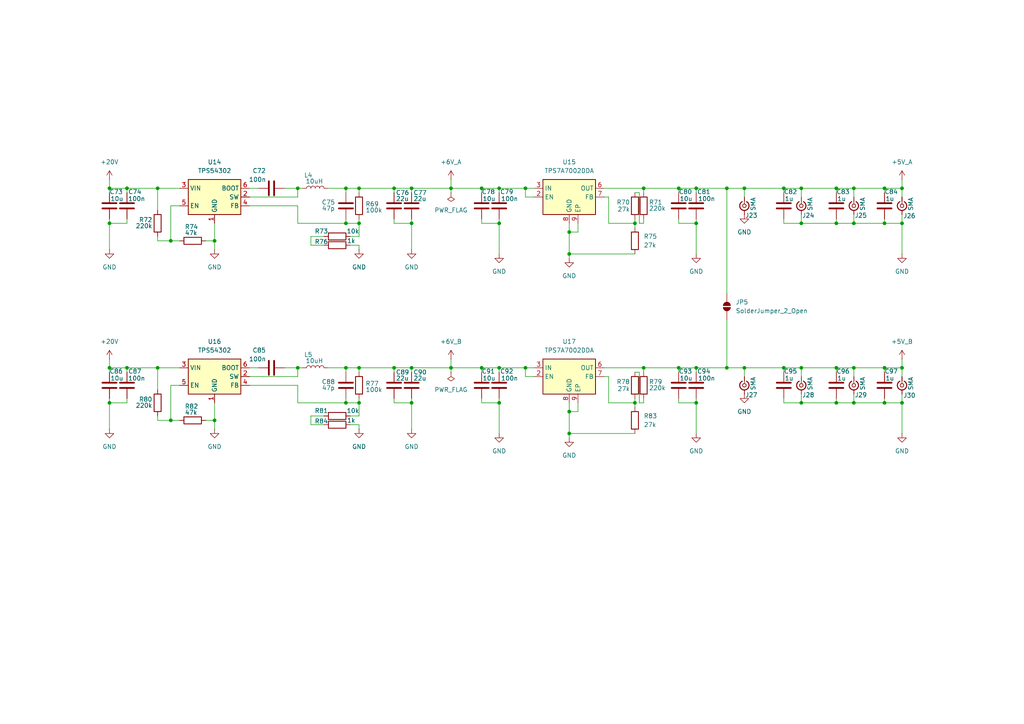
<source format=kicad_sch>
(kicad_sch (version 20250114) (generator "eeschema") (generator_version "9.0")
  (paper "A4")
  (lib_symbols
    (symbol "Connector:Conn_Coaxial_Small" (pin_numbers (hide yes)) (pin_names (offset 1.016) (hide yes))
      (property "Reference" "J" (at 0.254 3.048 0))
      (property "Value" "Conn_Coaxial_Small" (at 0 -3.81 0))
      (symbol "Conn_Coaxial_Small_0_1"
        (polyline (pts (xy -2.54 0) (xy -0.508 0)))
        (circle (center 0 0) (radius 0.508) (stroke (width 0.2032)))
      )
      (symbol "Conn_Coaxial_Small_1_1"
        (arc (start 1.3484 0.0039) (mid 0.327 -1.308) (end -1.1916 -0.6311) (stroke (width 0.3048)))
        (arc (start -1.1916 0.6311) (mid 0.327 1.3081) (end 1.3484 -0.0039) (stroke (width 0.3048)))
        (pin passive line (at -2.54 0 0) (length 1.27) (name "In") (number "1"))
        (pin passive line (at 2.54 0 180) (length 1.27) (name "Ext") (number "2"))
      )
    )
    (symbol "Device:C" (pin_numbers (hide yes)) (pin_names (offset 0.254))
      (property "Reference" "C" (at 0.635 2.54 0))
      (property "Value" "C" (at 0.635 -2.54 0))
      (symbol "C_0_1"
        (polyline (pts (xy -2.032 0.762) (xy 2.032 0.762)) (stroke (width 0.508)))
        (polyline (pts (xy -2.032 -0.762) (xy 2.032 -0.762)) (stroke (width 0.508)))
      )
      (symbol "C_1_1"
        (pin passive line (at 0 3.81 270) (length 2.794) (name "~") (number "1"))
        (pin passive line (at 0 -3.81 90) (length 2.794) (name "~") (number "2"))
      )
    )
    (symbol "Device:L" (pin_numbers (hide yes)) (pin_names (offset 1.016) (hide yes))
      (property "Reference" "L" (at -1.27 0 90))
      (property "Value" "L" (at 1.905 0 90))
      (symbol "L_0_1"
        (arc (start 0 2.54) (mid 0.6323 1.905) (end 0 1.27))
        (arc (start 0 1.27) (mid 0.6323 0.635) (end 0 0))
        (arc (start 0 0) (mid 0.6323 -0.635) (end 0 -1.27))
        (arc (start 0 -1.27) (mid 0.6323 -1.905) (end 0 -2.54))
      )
      (symbol "L_1_1"
        (pin passive line (at 0 3.81 270) (length 1.27) (name "1") (number "1"))
        (pin passive line (at 0 -3.81 90) (length 1.27) (name "2") (number "2"))
      )
    )
    (symbol "Device:R" (pin_numbers (hide yes)) (pin_names (offset 0))
      (property "Reference" "R" (at 2.032 0 90))
      (property "Value" "R" (at 0 0 90))
      (symbol "R_0_1"
        (rectangle (start -1.016 -2.54) (end 1.016 2.54) (stroke (width 0.254)))
      )
      (symbol "R_1_1"
        (pin passive line (at 0 3.81 270) (length 1.27) (name "~") (number "1"))
        (pin passive line (at 0 -3.81 90) (length 1.27) (name "~") (number "2"))
      )
    )
    (symbol "Jumper:SolderJumper_2_Open" (pin_numbers (hide yes)) (pin_names (offset 0) (hide yes)) (in_bom no)
      (property "Reference" "JP" (at 0 2.032 0))
      (property "Value" "SolderJumper_2_Open" (at 0 -2.54 0))
      (symbol "SolderJumper_2_Open_0_1"
        (polyline (pts (xy -0.254 1.016) (xy -0.254 -1.016)))
        (arc (start -0.254 -1.016) (mid -1.2656 0) (end -0.254 1.016))
        (arc (start -0.254 -1.016) (mid -1.2656 0) (end -0.254 1.016) (fill (type outline)))
        (arc (start 0.254 1.016) (mid 1.2656 0) (end 0.254 -1.016))
        (arc (start 0.254 1.016) (mid 1.2656 0) (end 0.254 -1.016) (fill (type outline)))
        (polyline (pts (xy 0.254 1.016) (xy 0.254 -1.016)))
      )
      (symbol "SolderJumper_2_Open_1_1"
        (pin passive line (at -3.81 0 0) (length 2.54) (name "A") (number "1"))
        (pin passive line (at 3.81 0 180) (length 2.54) (name "B") (number "2"))
      )
    )
    (symbol "Regulator_Linear:TPS7A7001DDA"
      (property "Reference" "U" (at -6.35 6.35 0))
      (property "Value" "TPS7A7001DDA" (at 2.54 6.35 0))
      (symbol "TPS7A7001DDA_0_1"
        (rectangle (start -7.62 5.08) (end 7.62 -5.08) (stroke (width 0.254)) (fill (type background)))
      )
      (symbol "TPS7A7001DDA_1_1"
        (pin power_in line (at -10.16 2.54 0) (length 2.54) (name "IN") (number "3"))
        (pin input line (at -10.16 0 0) (length 2.54) (name "EN") (number "2"))
        (pin no_connect line (at -7.62 -2.54 0) (length 2.54) (hide yes) (name "NC") (number "1"))
        (pin no_connect line (at -2.54 -5.08 90) (length 2.54) (hide yes) (name "NC") (number "5"))
        (pin power_in line (at 0 -7.62 90) (length 2.54) (name "GND") (number "8"))
        (pin passive line (at 2.54 -7.62 90) (length 2.54) (name "EP") (number "9"))
        (pin no_connect line (at 7.62 -2.54 180) (length 2.54) (hide yes) (name "NC") (number "4"))
        (pin power_out line (at 10.16 2.54 180) (length 2.54) (name "OUT") (number "6"))
        (pin input line (at 10.16 0 180) (length 2.54) (name "FB") (number "7"))
      )
    )
    (symbol "Regulator_Switching:TPS54302"
      (property "Reference" "U" (at -7.62 6.35 0))
      (property "Value" "TPS54302" (at 0 6.35 0))
      (symbol "TPS54302_0_1"
        (rectangle (start -7.62 5.08) (end 7.62 -5.08) (stroke (width 0.254)) (fill (type background)))
      )
      (symbol "TPS54302_1_1"
        (pin power_in line (at -10.16 2.54 0) (length 2.54) (name "VIN") (number "3"))
        (pin input line (at -10.16 -2.54 0) (length 2.54) (name "EN") (number "5"))
        (pin power_in line (at 0 -7.62 90) (length 2.54) (name "GND") (number "1"))
        (pin passive line (at 10.16 2.54 180) (length 2.54) (name "BOOT") (number "6"))
        (pin power_out line (at 10.16 0 180) (length 2.54) (name "SW") (number "2"))
        (pin input line (at 10.16 -2.54 180) (length 2.54) (name "FB") (number "4"))
      )
    )
    (symbol "power:+5V" (power) (pin_numbers (hide yes)) (pin_names (offset 0) (hide yes))
      (property "Value" "+5V" (at 0 3.556 0))
      (symbol "+5V_0_1"
        (polyline (pts (xy -0.762 1.27) (xy 0 2.54)))
        (polyline (pts (xy 0 2.54) (xy 0.762 1.27)))
        (polyline (pts (xy 0 0) (xy 0 2.54)))
      )
      (symbol "+5V_1_1"
        (pin power_in line (at 0 0 90) (length 0) (name "~") (number "1"))
      )
    )
    (symbol "power:+6V" (power) (pin_numbers (hide yes)) (pin_names (offset 0) (hide yes))
      (property "Value" "+6V" (at 0 3.556 0))
      (symbol "+6V_0_1"
        (polyline (pts (xy -0.762 1.27) (xy 0 2.54)))
        (polyline (pts (xy 0 2.54) (xy 0.762 1.27)))
        (polyline (pts (xy 0 0) (xy 0 2.54)))
      )
      (symbol "+6V_1_1"
        (pin power_in line (at 0 0 90) (length 0) (name "~") (number "1"))
      )
    )
    (symbol "power:GND" (power) (pin_numbers (hide yes)) (pin_names (offset 0) (hide yes))
      (property "Value" "GND" (at 0 -3.81 0))
      (symbol "GND_0_1"
        (polyline (pts (xy 0 0) (xy 0 -1.27) (xy 1.27 -1.27) (xy 0 -2.54) (xy -1.27 -1.27) (xy 0 -1.27)))
      )
      (symbol "GND_1_1"
        (pin power_in line (at 0 0 270) (length 0) (name "~") (number "1"))
      )
    )
    (symbol "power:PWR_FLAG" (power) (pin_numbers (hide yes)) (pin_names (offset 0) (hide yes))
      (property "Value" "PWR_FLAG" (at 0 3.81 0))
      (symbol "PWR_FLAG_0_0"
        (pin power_out line (at 0 0 90) (length 0) (name "~") (number "1"))
      )
      (symbol "PWR_FLAG_0_1"
        (polyline (pts (xy 0 0) (xy 0 1.27) (xy -1.016 1.905) (xy 0 2.54) (xy 1.016 1.905) (xy 0 1.27)))
      )
    )
  )
  (junction (at 184.15 64.77))
  (junction (at 256.54 64.77))
  (junction (at 227.33 54.61))
  (junction (at 119.38 106.68))
  (junction (at 242.57 116.84))
  (junction (at 232.41 54.61))
  (junction (at 86.36 54.61))
  (junction (at 261.62 64.77))
  (junction (at 186.69 106.68))
  (junction (at 256.54 116.84))
  (junction (at 130.81 106.68))
  (junction (at 31.75 106.68))
  (junction (at 232.41 106.68))
  (junction (at 139.7 54.61))
  (junction (at 261.62 116.84))
  (junction (at 247.65 116.84))
  (junction (at 201.93 116.84))
  (junction (at 152.4 54.61))
  (junction (at 215.9 106.68))
  (junction (at 62.23 69.85))
  (junction (at 119.38 54.61))
  (junction (at 104.14 116.84))
  (junction (at 247.65 54.61))
  (junction (at 36.83 106.68))
  (junction (at 31.75 64.77))
  (junction (at 184.15 116.84))
  (junction (at 119.38 64.77))
  (junction (at 86.36 106.68))
  (junction (at 139.7 106.68))
  (junction (at 232.41 116.84))
  (junction (at 104.14 54.61))
  (junction (at 152.4 106.68))
  (junction (at 256.54 54.61))
  (junction (at 261.62 106.68))
  (junction (at 62.23 121.92))
  (junction (at 114.3 106.68))
  (junction (at 242.57 54.61))
  (junction (at 196.85 54.61))
  (junction (at 45.72 106.68))
  (junction (at 144.78 106.68))
  (junction (at 31.75 116.84))
  (junction (at 144.78 64.77))
  (junction (at 247.65 106.68))
  (junction (at 119.38 116.84))
  (junction (at 232.41 64.77))
  (junction (at 201.93 54.61))
  (junction (at 104.14 64.77))
  (junction (at 210.82 106.68))
  (junction (at 144.78 116.84))
  (junction (at 201.93 106.68))
  (junction (at 130.81 54.61))
  (junction (at 165.1 73.66))
  (junction (at 100.33 54.61))
  (junction (at 227.33 106.68))
  (junction (at 104.14 106.68))
  (junction (at 261.62 54.61))
  (junction (at 215.9 54.61))
  (junction (at 201.93 64.77))
  (junction (at 242.57 64.77))
  (junction (at 196.85 106.68))
  (junction (at 186.69 54.61))
  (junction (at 49.53 69.85))
  (junction (at 100.33 116.84))
  (junction (at 45.72 54.61))
  (junction (at 210.82 54.61))
  (junction (at 165.1 125.73))
  (junction (at 256.54 106.68))
  (junction (at 49.53 121.92))
  (junction (at 165.1 67.31))
  (junction (at 31.75 54.61))
  (junction (at 165.1 119.38))
  (junction (at 242.57 106.68))
  (junction (at 114.3 54.61))
  (junction (at 247.65 64.77))
  (junction (at 144.78 54.61))
  (junction (at 100.33 64.77))
  (junction (at 100.33 106.68))
  (junction (at 36.83 54.61))
  (wire (pts (xy 165.1 64.77) (xy 165.1 67.31)))
  (wire (pts (xy 100.33 54.61) (xy 104.14 54.61)))
  (wire (pts (xy 196.85 64.77) (xy 201.93 64.77)))
  (wire (pts (xy 152.4 57.15) (xy 152.4 54.61)))
  (wire (pts (xy 74.93 54.61) (xy 72.39 54.61)))
  (wire (pts (xy 104.14 54.61) (xy 114.3 54.61)))
  (wire (pts (xy 215.9 106.68) (xy 215.9 109.22)))
  (wire (pts (xy 144.78 64.77) (xy 144.78 73.66)))
  (wire (pts (xy 261.62 114.3) (xy 261.62 116.84)))
  (wire (pts (xy 185.42 116.84) (xy 185.42 107.95)))
  (wire (pts (xy 232.41 54.61) (xy 227.33 54.61)))
  (wire (pts (xy 31.75 52.07) (xy 31.75 54.61)))
  (wire (pts (xy 176.53 116.84) (xy 184.15 116.84)))
  (wire (pts (xy 130.81 55.88) (xy 130.81 54.61)))
  (wire (pts (xy 86.36 54.61) (xy 87.63 54.61)))
  (wire (pts (xy 215.9 54.61) (xy 215.9 57.15)))
  (wire (pts (xy 45.72 69.85) (xy 49.53 69.85)))
  (wire (pts (xy 90.17 71.12) (xy 93.98 71.12)))
  (wire (pts (xy 36.83 106.68) (xy 36.83 107.95)))
  (wire (pts (xy 104.14 54.61) (xy 104.14 55.88)))
  (wire (pts (xy 261.62 104.14) (xy 261.62 106.68)))
  (wire (pts (xy 175.26 109.22) (xy 176.53 109.22)))
  (wire (pts (xy 167.64 116.84) (xy 167.64 119.38)))
  (wire (pts (xy 186.69 54.61) (xy 196.85 54.61)))
  (wire (pts (xy 72.39 57.15) (xy 86.36 57.15)))
  (wire (pts (xy 186.69 54.61) (xy 186.69 55.88)))
  (wire (pts (xy 232.41 116.84) (xy 242.57 116.84)))
  (wire (pts (xy 45.72 121.92) (xy 49.53 121.92)))
  (wire (pts (xy 247.65 54.61) (xy 242.57 54.61)))
  (wire (pts (xy 119.38 54.61) (xy 119.38 55.88)))
  (wire (pts (xy 227.33 55.88) (xy 227.33 54.61)))
  (wire (pts (xy 227.33 107.95) (xy 227.33 106.68)))
  (wire (pts (xy 82.55 106.68) (xy 86.36 106.68)))
  (wire (pts (xy 186.69 106.68) (xy 186.69 107.95)))
  (wire (pts (xy 31.75 106.68) (xy 31.75 107.95)))
  (wire (pts (xy 86.36 64.77) (xy 100.33 64.77)))
  (wire (pts (xy 175.26 54.61) (xy 186.69 54.61)))
  (wire (pts (xy 227.33 115.57) (xy 227.33 116.84)))
  (wire (pts (xy 139.7 54.61) (xy 144.78 54.61)))
  (wire (pts (xy 139.7 63.5) (xy 139.7 64.77)))
  (wire (pts (xy 242.57 64.77) (xy 247.65 64.77)))
  (wire (pts (xy 31.75 116.84) (xy 36.83 116.84)))
  (wire (pts (xy 184.15 66.04) (xy 184.15 64.77)))
  (wire (pts (xy 72.39 111.76) (xy 86.36 111.76)))
  (wire (pts (xy 186.69 106.68) (xy 196.85 106.68)))
  (wire (pts (xy 232.41 106.68) (xy 227.33 106.68)))
  (wire (pts (xy 256.54 55.88) (xy 256.54 54.61)))
  (wire (pts (xy 154.94 57.15) (xy 152.4 57.15)))
  (wire (pts (xy 100.33 63.5) (xy 100.33 64.77)))
  (wire (pts (xy 130.81 106.68) (xy 139.7 106.68)))
  (wire (pts (xy 119.38 54.61) (xy 114.3 54.61)))
  (wire (pts (xy 242.57 115.57) (xy 242.57 116.84)))
  (wire (pts (xy 31.75 115.57) (xy 31.75 116.84)))
  (wire (pts (xy 247.65 57.15) (xy 247.65 54.61)))
  (wire (pts (xy 130.81 54.61) (xy 139.7 54.61)))
  (wire (pts (xy 184.15 118.11) (xy 184.15 116.84)))
  (wire (pts (xy 45.72 54.61) (xy 45.72 60.96)))
  (wire (pts (xy 114.3 106.68) (xy 114.3 107.95)))
  (wire (pts (xy 261.62 62.23) (xy 261.62 64.77)))
  (wire (pts (xy 119.38 106.68) (xy 119.38 107.95)))
  (wire (pts (xy 184.15 107.95) (xy 185.42 107.95)))
  (wire (pts (xy 114.3 63.5) (xy 114.3 64.77)))
  (wire (pts (xy 215.9 54.61) (xy 227.33 54.61)))
  (wire (pts (xy 247.65 62.23) (xy 247.65 64.77)))
  (wire (pts (xy 242.57 55.88) (xy 242.57 54.61)))
  (wire (pts (xy 31.75 64.77) (xy 36.83 64.77)))
  (wire (pts (xy 86.36 111.76) (xy 86.36 116.84)))
  (wire (pts (xy 104.14 71.12) (xy 104.14 72.39)))
  (wire (pts (xy 139.7 115.57) (xy 139.7 116.84)))
  (wire (pts (xy 100.33 64.77) (xy 104.14 64.77)))
  (wire (pts (xy 31.75 116.84) (xy 31.75 124.46)))
  (wire (pts (xy 45.72 69.85) (xy 45.72 68.58)))
  (wire (pts (xy 62.23 69.85) (xy 62.23 72.39)))
  (wire (pts (xy 74.93 106.68) (xy 72.39 106.68)))
  (wire (pts (xy 247.65 54.61) (xy 256.54 54.61)))
  (wire (pts (xy 256.54 116.84) (xy 261.62 116.84)))
  (wire (pts (xy 186.69 116.84) (xy 185.42 116.84)))
  (wire (pts (xy 232.41 106.68) (xy 242.57 106.68)))
  (wire (pts (xy 144.78 116.84) (xy 144.78 125.73)))
  (wire (pts (xy 232.41 114.3) (xy 232.41 116.84)))
  (wire (pts (xy 247.65 116.84) (xy 256.54 116.84)))
  (wire (pts (xy 196.85 107.95) (xy 196.85 106.68)))
  (wire (pts (xy 100.33 116.84) (xy 104.14 116.84)))
  (wire (pts (xy 62.23 64.77) (xy 62.23 69.85)))
  (wire (pts (xy 167.64 67.31) (xy 165.1 67.31)))
  (wire (pts (xy 49.53 121.92) (xy 52.07 121.92)))
  (wire (pts (xy 185.42 64.77) (xy 185.42 55.88)))
  (wire (pts (xy 184.15 63.5) (xy 184.15 64.77)))
  (wire (pts (xy 104.14 63.5) (xy 104.14 64.77)))
  (wire (pts (xy 201.93 106.68) (xy 210.82 106.68)))
  (wire (pts (xy 100.33 115.57) (xy 100.33 116.84)))
  (wire (pts (xy 144.78 106.68) (xy 144.78 107.95)))
  (wire (pts (xy 201.93 64.77) (xy 201.93 73.66)))
  (wire (pts (xy 36.83 106.68) (xy 45.72 106.68)))
  (wire (pts (xy 144.78 106.68) (xy 152.4 106.68)))
  (wire (pts (xy 45.72 54.61) (xy 52.07 54.61)))
  (wire (pts (xy 227.33 116.84) (xy 232.41 116.84)))
  (wire (pts (xy 101.6 68.58) (xy 104.14 68.58)))
  (wire (pts (xy 101.6 71.12) (xy 104.14 71.12)))
  (wire (pts (xy 90.17 123.19) (xy 93.98 123.19)))
  (wire (pts (xy 154.94 109.22) (xy 152.4 109.22)))
  (wire (pts (xy 261.62 106.68) (xy 256.54 106.68)))
  (wire (pts (xy 130.81 104.14) (xy 130.81 106.68)))
  (wire (pts (xy 104.14 64.77) (xy 104.14 68.58)))
  (wire (pts (xy 167.64 64.77) (xy 167.64 67.31)))
  (wire (pts (xy 210.82 106.68) (xy 215.9 106.68)))
  (wire (pts (xy 119.38 54.61) (xy 130.81 54.61)))
  (wire (pts (xy 196.85 63.5) (xy 196.85 64.77)))
  (wire (pts (xy 256.54 63.5) (xy 256.54 64.77)))
  (wire (pts (xy 232.41 57.15) (xy 232.41 54.61)))
  (wire (pts (xy 184.15 115.57) (xy 184.15 116.84)))
  (wire (pts (xy 31.75 106.68) (xy 36.83 106.68)))
  (wire (pts (xy 201.93 55.88) (xy 201.93 54.61)))
  (wire (pts (xy 261.62 109.22) (xy 261.62 106.68)))
  (wire (pts (xy 104.14 106.68) (xy 114.3 106.68)))
  (wire (pts (xy 101.6 123.19) (xy 104.14 123.19)))
  (wire (pts (xy 101.6 120.65) (xy 104.14 120.65)))
  (wire (pts (xy 196.85 106.68) (xy 201.93 106.68)))
  (wire (pts (xy 165.1 119.38) (xy 165.1 125.73)))
  (wire (pts (xy 175.26 57.15) (xy 176.53 57.15)))
  (wire (pts (xy 176.53 57.15) (xy 176.53 64.77)))
  (wire (pts (xy 100.33 106.68) (xy 100.33 107.95)))
  (wire (pts (xy 31.75 54.61) (xy 36.83 54.61)))
  (wire (pts (xy 36.83 54.61) (xy 45.72 54.61)))
  (wire (pts (xy 139.7 116.84) (xy 144.78 116.84)))
  (wire (pts (xy 104.14 115.57) (xy 104.14 116.84)))
  (wire (pts (xy 31.75 63.5) (xy 31.75 64.77)))
  (wire (pts (xy 201.93 107.95) (xy 201.93 106.68)))
  (wire (pts (xy 95.25 54.61) (xy 100.33 54.61)))
  (wire (pts (xy 139.7 64.77) (xy 144.78 64.77)))
  (wire (pts (xy 62.23 121.92) (xy 62.23 124.46)))
  (wire (pts (xy 86.36 59.69) (xy 86.36 64.77)))
  (wire (pts (xy 119.38 116.84) (xy 114.3 116.84)))
  (wire (pts (xy 31.75 54.61) (xy 31.75 55.88)))
  (wire (pts (xy 186.69 64.77) (xy 185.42 64.77)))
  (wire (pts (xy 72.39 59.69) (xy 86.36 59.69)))
  (wire (pts (xy 49.53 69.85) (xy 52.07 69.85)))
  (wire (pts (xy 261.62 54.61) (xy 256.54 54.61)))
  (wire (pts (xy 227.33 63.5) (xy 227.33 64.77)))
  (wire (pts (xy 86.36 116.84) (xy 100.33 116.84)))
  (wire (pts (xy 152.4 54.61) (xy 154.94 54.61)))
  (wire (pts (xy 165.1 67.31) (xy 165.1 73.66)))
  (wire (pts (xy 104.14 106.68) (xy 104.14 107.95)))
  (wire (pts (xy 90.17 68.58) (xy 90.17 71.12)))
  (wire (pts (xy 93.98 68.58) (xy 90.17 68.58)))
  (wire (pts (xy 114.3 54.61) (xy 114.3 55.88)))
  (wire (pts (xy 119.38 116.84) (xy 119.38 124.46)))
  (wire (pts (xy 165.1 116.84) (xy 165.1 119.38)))
  (wire (pts (xy 165.1 74.93) (xy 165.1 73.66)))
  (wire (pts (xy 152.4 109.22) (xy 152.4 106.68)))
  (wire (pts (xy 247.65 114.3) (xy 247.65 116.84)))
  (wire (pts (xy 165.1 125.73) (xy 184.15 125.73)))
  (wire (pts (xy 86.36 106.68) (xy 87.63 106.68)))
  (wire (pts (xy 215.9 106.68) (xy 227.33 106.68)))
  (wire (pts (xy 196.85 55.88) (xy 196.85 54.61)))
  (wire (pts (xy 144.78 54.61) (xy 152.4 54.61)))
  (wire (pts (xy 261.62 52.07) (xy 261.62 54.61)))
  (wire (pts (xy 36.83 54.61) (xy 36.83 55.88)))
  (wire (pts (xy 52.07 111.76) (xy 49.53 111.76)))
  (wire (pts (xy 210.82 92.71) (xy 210.82 106.68)))
  (wire (pts (xy 196.85 54.61) (xy 201.93 54.61)))
  (wire (pts (xy 119.38 64.77) (xy 119.38 72.39)))
  (wire (pts (xy 201.93 115.57) (xy 201.93 116.84)))
  (wire (pts (xy 176.53 64.77) (xy 184.15 64.77)))
  (wire (pts (xy 196.85 115.57) (xy 196.85 116.84)))
  (wire (pts (xy 119.38 106.68) (xy 114.3 106.68)))
  (wire (pts (xy 86.36 54.61) (xy 86.36 57.15)))
  (wire (pts (xy 45.72 121.92) (xy 45.72 120.65)))
  (wire (pts (xy 175.26 106.68) (xy 186.69 106.68)))
  (wire (pts (xy 256.54 64.77) (xy 261.62 64.77)))
  (wire (pts (xy 52.07 59.69) (xy 49.53 59.69)))
  (wire (pts (xy 165.1 125.73) (xy 165.1 127)))
  (wire (pts (xy 261.62 64.77) (xy 261.62 73.66)))
  (wire (pts (xy 144.78 63.5) (xy 144.78 64.77)))
  (wire (pts (xy 119.38 106.68) (xy 130.81 106.68)))
  (wire (pts (xy 104.14 116.84) (xy 104.14 120.65)))
  (wire (pts (xy 59.69 121.92) (xy 62.23 121.92)))
  (wire (pts (xy 36.83 63.5) (xy 36.83 64.77)))
  (wire (pts (xy 261.62 116.84) (xy 261.62 125.73)))
  (wire (pts (xy 232.41 109.22) (xy 232.41 106.68)))
  (wire (pts (xy 247.65 106.68) (xy 242.57 106.68)))
  (wire (pts (xy 144.78 115.57) (xy 144.78 116.84)))
  (wire (pts (xy 49.53 59.69) (xy 49.53 69.85)))
  (wire (pts (xy 93.98 120.65) (xy 90.17 120.65)))
  (wire (pts (xy 139.7 106.68) (xy 144.78 106.68)))
  (wire (pts (xy 232.41 64.77) (xy 242.57 64.77)))
  (wire (pts (xy 100.33 106.68) (xy 104.14 106.68)))
  (wire (pts (xy 36.83 115.57) (xy 36.83 116.84)))
  (wire (pts (xy 232.41 54.61) (xy 242.57 54.61)))
  (wire (pts (xy 82.55 54.61) (xy 86.36 54.61)))
  (wire (pts (xy 186.69 63.5) (xy 186.69 64.77)))
  (wire (pts (xy 201.93 116.84) (xy 201.93 125.73)))
  (wire (pts (xy 176.53 109.22) (xy 176.53 116.84)))
  (wire (pts (xy 196.85 116.84) (xy 201.93 116.84)))
  (wire (pts (xy 119.38 115.57) (xy 119.38 116.84)))
  (wire (pts (xy 167.64 119.38) (xy 165.1 119.38)))
  (wire (pts (xy 114.3 115.57) (xy 114.3 116.84)))
  (wire (pts (xy 256.54 107.95) (xy 256.54 106.68)))
  (wire (pts (xy 119.38 63.5) (xy 119.38 64.77)))
  (wire (pts (xy 100.33 54.61) (xy 100.33 55.88)))
  (wire (pts (xy 201.93 54.61) (xy 210.82 54.61)))
  (wire (pts (xy 31.75 64.77) (xy 31.75 72.39)))
  (wire (pts (xy 247.65 106.68) (xy 256.54 106.68)))
  (wire (pts (xy 119.38 64.77) (xy 114.3 64.77)))
  (wire (pts (xy 247.65 109.22) (xy 247.65 106.68)))
  (wire (pts (xy 232.41 62.23) (xy 232.41 64.77)))
  (wire (pts (xy 62.23 116.84) (xy 62.23 121.92)))
  (wire (pts (xy 86.36 106.68) (xy 86.36 109.22)))
  (wire (pts (xy 49.53 111.76) (xy 49.53 121.92)))
  (wire (pts (xy 210.82 54.61) (xy 210.82 85.09)))
  (wire (pts (xy 261.62 57.15) (xy 261.62 54.61)))
  (wire (pts (xy 130.81 107.95) (xy 130.81 106.68)))
  (wire (pts (xy 186.69 115.57) (xy 186.69 116.84)))
  (wire (pts (xy 45.72 106.68) (xy 45.72 113.03)))
  (wire (pts (xy 185.42 55.88) (xy 184.15 55.88)))
  (wire (pts (xy 247.65 64.77) (xy 256.54 64.77)))
  (wire (pts (xy 130.81 52.07) (xy 130.81 54.61)))
  (wire (pts (xy 201.93 63.5) (xy 201.93 64.77)))
  (wire (pts (xy 31.75 104.14) (xy 31.75 106.68)))
  (wire (pts (xy 139.7 106.68) (xy 139.7 107.95)))
  (wire (pts (xy 72.39 109.22) (xy 86.36 109.22)))
  (wire (pts (xy 104.14 123.19) (xy 104.14 124.46)))
  (wire (pts (xy 59.69 69.85) (xy 62.23 69.85)))
  (wire (pts (xy 227.33 64.77) (xy 232.41 64.77)))
  (wire (pts (xy 165.1 73.66) (xy 184.15 73.66)))
  (wire (pts (xy 152.4 106.68) (xy 154.94 106.68)))
  (wire (pts (xy 242.57 116.84) (xy 247.65 116.84)))
  (wire (pts (xy 45.72 106.68) (xy 52.07 106.68)))
  (wire (pts (xy 139.7 54.61) (xy 139.7 55.88)))
  (wire (pts (xy 95.25 106.68) (xy 100.33 106.68)))
  (wire (pts (xy 210.82 54.61) (xy 215.9 54.61)))
  (wire (pts (xy 144.78 54.61) (xy 144.78 55.88)))
  (wire (pts (xy 242.57 63.5) (xy 242.57 64.77)))
  (wire (pts (xy 256.54 115.57) (xy 256.54 116.84)))
  (wire (pts (xy 90.17 120.65) (xy 90.17 123.19)))
  (wire (pts (xy 242.57 107.95) (xy 242.57 106.68)))
  (symbol (lib_id "Device:C") (at 114.3 59.69 180) (unit 1)
    (property "Reference" "C76" (at 114.808 55.88 0) (effects (justify right)))
    (property "Value" "22u" (at 114.808 57.6581 0) (effects (justify right)))
    (property "Footprint" "Capacitor_SMD:C_0603_1608Metric" (effects (hide yes)))
    (property "Description" "Unpolarized capacitor" (effects (hide yes)))
    (property "LCSC" "C59461" (effects (hide yes)))
  )
  (symbol (lib_id "Device:C") (at 119.38 111.76 180) (unit 1)
    (property "Reference" "C90" (at 119.888 107.95 0) (effects (justify right)))
    (property "Value" "22u" (at 119.888 109.7281 0) (effects (justify right)))
    (property "Footprint" "Capacitor_SMD:C_0603_1608Metric" (effects (hide yes)))
    (property "Description" "Unpolarized capacitor" (effects (hide yes)))
    (property "LCSC" "C59461" (effects (hide yes)))
  )
  (symbol (lib_id "Regulator_Switching:TPS54302") (at 62.23 109.22 0) (unit 1)
    (property "Reference" "U16" (at 62.23 99.06 0))
    (property "Value" "TPS54302" (at 62.23 101.6 0))
    (property "Footprint" "Package_TO_SOT_SMD:SOT-23-6" (effects (hide yes)))
    (property "Datasheet" "http://www.ti.com/lit/ds/symlink/tps54302.pdf" (effects (hide yes)))
    (property "Description" "3A, 4.5 to 28V Input, EMI Friendly integrated switch synchronous step-down regulator, pulse-skipping, SOT-23-6" (effects (hide yes)))
    (property "LCSC" "C129370" (effects (hide yes)))
  )
  (symbol (lib_id "Connector:Conn_Coaxial_Small") (at 247.65 59.69 270) (unit 1)
    (property "Reference" "J25" (at 249.682 62.484 90))
    (property "Value" "SMA" (at 250.19 59.1704 0))
    (property "Footprint" "Connector_Coaxial:SMA_Amphenol_901-144_Vertical" (effects (hide yes)))
    (property "Description" "small coaxial connector (BNC, SMA, SMB, SMC, Cinch/RCA, LEMO, ...)" (effects (hide yes)))
  )
  (symbol (lib_id "Device:R") (at 184.15 59.69 0) (unit 1)
    (property "Reference" "R70" (at 178.816 58.674 0) (effects (justify left)))
    (property "Value" "27k" (at 179.07 60.706 0) (effects (justify left)))
    (property "Footprint" "Resistor_SMD:R_0603_1608Metric" (effects (hide yes)))
    (property "Description" "Resistor" (effects (hide yes)))
    (property "LCSC" "C22967" (effects (hide yes)))
  )
  (symbol (lib_id "power:GND") (at 31.75 72.39 0) (unit 1)
    (property "Reference" "#PWR0103" (effects (hide yes)))
    (property "Value" "GND" (at 31.75 77.47 0))
    (property "Description" "Power symbol creates a global label with name \"GND\" , ground" (effects (hide yes)))
  )
  (symbol (lib_id "Device:C") (at 100.33 111.76 180) (unit 1)
    (property "Reference" "C88" (at 95.25 110.744 0))
    (property "Value" "47p" (at 95.25 112.522 0))
    (property "Footprint" "Capacitor_SMD:C_0402_1005Metric" (effects (hide yes)))
    (property "Description" "Unpolarized capacitor" (effects (hide yes)))
    (property "LCSC" "C1567" (effects (hide yes)))
  )
  (symbol (lib_id "power:GND") (at 119.38 72.39 0) (unit 1)
    (property "Reference" "#PWR0106" (effects (hide yes)))
    (property "Value" "GND" (at 119.38 77.47 0))
    (property "Description" "Power symbol creates a global label with name \"GND\" , ground" (effects (hide yes)))
  )
  (symbol (lib_id "power:GND") (at 144.78 125.73 0) (unit 1)
    (property "Reference" "#PWR0119" (effects (hide yes)))
    (property "Value" "GND" (at 144.78 130.81 0))
    (property "Description" "Power symbol creates a global label with name \"GND\" , ground" (effects (hide yes)))
  )
  (symbol (lib_id "Device:C") (at 227.33 59.69 0) (unit 1)
    (property "Reference" "C82" (at 227.33 55.626 0) (effects (justify left)))
    (property "Value" "1u" (at 227.584 57.658 0) (effects (justify left)))
    (property "Footprint" "Capacitor_SMD:C_0805_2012Metric" (effects (hide yes)))
    (property "Description" "Unpolarized capacitor" (effects (hide yes)))
    (property "LCSC" "C28323" (effects (hide yes)))
  )
  (symbol (lib_id "power:GND") (at 62.23 72.39 0) (unit 1)
    (property "Reference" "#PWR0104" (effects (hide yes)))
    (property "Value" "GND" (at 62.23 77.47 0))
    (property "Description" "Power symbol creates a global label with name \"GND\" , ground" (effects (hide yes)))
  )
  (symbol (lib_id "power:GND") (at 104.14 124.46 0) (unit 1)
    (property "Reference" "#PWR0117" (effects (hide yes)))
    (property "Value" "GND" (at 104.14 129.54 0))
    (property "Description" "Power symbol creates a global label with name \"GND\" , ground" (effects (hide yes)))
  )
  (symbol (lib_id "power:+5V") (at 31.75 104.14 0) (unit 1)
    (property "Reference" "#PWR0111" (effects (hide yes)))
    (property "Value" "+20V" (at 31.75 99.06 0))
    (property "Description" "Power symbol creates a global label with name \"+5V\"" (effects (hide yes)))
  )
  (symbol (lib_id "power:GND") (at 31.75 124.46 0) (unit 1)
    (property "Reference" "#PWR0115" (effects (hide yes)))
    (property "Value" "GND" (at 31.75 129.54 0))
    (property "Description" "Power symbol creates a global label with name \"GND\" , ground" (effects (hide yes)))
  )
  (symbol (lib_id "power:PWR_FLAG") (at 130.81 55.88 180) (unit 1)
    (property "Reference" "#FLG010" (effects (hide yes)))
    (property "Value" "PWR_FLAG" (at 130.81 60.96 0))
    (property "Description" "Special symbol for telling ERC where power comes from" (effects (hide yes)))
  )
  (symbol (lib_id "Device:R") (at 55.88 69.85 270) (mirror x) (unit 1)
    (property "Reference" "R74" (at 53.594 65.786 90) (effects (justify left)))
    (property "Value" "47k" (at 53.594 67.564 90) (effects (justify left)))
    (property "Footprint" "Resistor_SMD:R_0402_1005Metric" (effects (hide yes)))
    (property "Description" "Resistor" (effects (hide yes)))
    (property "LCSC" "C25792" (effects (hide yes)))
  )
  (symbol (lib_id "Device:C") (at 114.3 111.76 180) (unit 1)
    (property "Reference" "C89" (at 114.808 107.95 0) (effects (justify right)))
    (property "Value" "22u" (at 114.808 109.7281 0) (effects (justify right)))
    (property "Footprint" "Capacitor_SMD:C_0603_1608Metric" (effects (hide yes)))
    (property "Description" "Unpolarized capacitor" (effects (hide yes)))
    (property "LCSC" "C59461" (effects (hide yes)))
  )
  (symbol (lib_id "Device:C") (at 31.75 59.69 0) (unit 1)
    (property "Reference" "C73" (at 31.75 55.626 0) (effects (justify left)))
    (property "Value" "10u" (at 32.004 57.658 0) (effects (justify left)))
    (property "Footprint" "Capacitor_SMD:C_1206_3216Metric" (effects (hide yes)))
    (property "Description" "Unpolarized capacitor" (effects (hide yes)))
    (property "LCSC" "C13585" (effects (hide yes)))
  )
  (symbol (lib_id "Device:C") (at 139.7 111.76 0) (unit 1)
    (property "Reference" "C91" (at 139.7 107.696 0) (effects (justify left)))
    (property "Value" "10u" (at 139.954 109.728 0) (effects (justify left)))
    (property "Footprint" "Capacitor_SMD:C_1206_3216Metric" (effects (hide yes)))
    (property "Description" "Unpolarized capacitor" (effects (hide yes)))
    (property "LCSC" "C13585" (effects (hide yes)))
  )
  (symbol (lib_id "Device:R") (at 104.14 59.69 180) (unit 1)
    (property "Reference" "R69" (at 107.95 59.182 0))
    (property "Value" "100k" (at 108.458 60.96 0))
    (property "Footprint" "Resistor_SMD:R_0402_1005Metric" (effects (hide yes)))
    (property "Description" "Resistor" (effects (hide yes)))
    (property "LCSC" "C25741" (effects (hide yes)))
  )
  (symbol (lib_id "Connector:Conn_Coaxial_Small") (at 215.9 59.69 270) (unit 1)
    (property "Reference" "J23" (at 217.932 62.484 90))
    (property "Value" "SMA" (at 218.44 59.1704 0))
    (property "Footprint" "Connector_Coaxial:SMA_Amphenol_901-144_Vertical" (effects (hide yes)))
    (property "Description" "small coaxial connector (BNC, SMA, SMB, SMC, Cinch/RCA, LEMO, ...)" (effects (hide yes)))
  )
  (symbol (lib_id "Device:C") (at 201.93 59.69 0) (mirror y) (unit 1)
    (property "Reference" "C81" (at 202.184 55.626 0) (effects (justify right)))
    (property "Value" "100n" (at 202.438 57.658 0) (effects (justify right)))
    (property "Footprint" "Capacitor_SMD:C_0402_1005Metric" (effects (hide yes)))
    (property "Description" "Unpolarized capacitor" (effects (hide yes)))
    (property "LCSC" "C307331" (effects (hide yes)))
  )
  (symbol (lib_id "power:GND") (at 144.78 73.66 0) (unit 1)
    (property "Reference" "#PWR0107" (effects (hide yes)))
    (property "Value" "GND" (at 144.78 78.74 0))
    (property "Description" "Power symbol creates a global label with name \"GND\" , ground" (effects (hide yes)))
  )
  (symbol (lib_id "power:GND") (at 215.9 114.3 0) (unit 1)
    (property "Reference" "#PWR0114" (effects (hide yes)))
    (property "Value" "GND" (at 215.9 119.38 0))
    (property "Description" "Power symbol creates a global label with name \"GND\" , ground" (effects (hide yes)))
  )
  (symbol (lib_id "Device:C") (at 196.85 111.76 0) (unit 1)
    (property "Reference" "C93" (at 196.85 107.696 0) (effects (justify left)))
    (property "Value" "10u" (at 197.104 109.728 0) (effects (justify left)))
    (property "Footprint" "Capacitor_SMD:C_1206_3216Metric" (effects (hide yes)))
    (property "Description" "Unpolarized capacitor" (effects (hide yes)))
    (property "LCSC" "C13585" (effects (hide yes)))
  )
  (symbol (lib_id "Jumper:SolderJumper_2_Open") (at 210.82 88.9 90) (unit 1) (in_bom no)
    (property "Reference" "JP5" (at 213.36 87.6299 90) (effects (justify right)))
    (property "Value" "SolderJumper_2_Open" (at 213.36 90.1699 90) (effects (justify right)))
    (property "Footprint" "Jumper:SolderJumper-2_P1.3mm_Open_RoundedPad1.0x1.5mm" (effects (hide yes)))
    (property "Description" "Solder Jumper, 2-pole, open" (effects (hide yes)))
  )
  (symbol (lib_id "power:GND") (at 119.38 124.46 0) (unit 1)
    (property "Reference" "#PWR0118" (effects (hide yes)))
    (property "Value" "GND" (at 119.38 129.54 0))
    (property "Description" "Power symbol creates a global label with name \"GND\" , ground" (effects (hide yes)))
  )
  (symbol (lib_id "Device:R") (at 184.15 111.76 0) (unit 1)
    (property "Reference" "R78" (at 178.816 110.744 0) (effects (justify left)))
    (property "Value" "27k" (at 179.07 112.776 0) (effects (justify left)))
    (property "Footprint" "Resistor_SMD:R_0603_1608Metric" (effects (hide yes)))
    (property "Description" "Resistor" (effects (hide yes)))
    (property "LCSC" "C22967" (effects (hide yes)))
  )
  (symbol (lib_id "power:GND") (at 165.1 74.93 0) (unit 1)
    (property "Reference" "#PWR0110" (effects (hide yes)))
    (property "Value" "GND" (at 165.1 80.01 0))
    (property "Description" "Power symbol creates a global label with name \"GND\" , ground" (effects (hide yes)))
  )
  (symbol (lib_id "Device:R") (at 97.79 120.65 270) (unit 1)
    (property "Reference" "R81" (at 93.218 119.126 90))
    (property "Value" "10k" (at 102.362 119.126 90))
    (property "Footprint" "Resistor_SMD:R_0402_1005Metric" (effects (hide yes)))
    (property "Description" "Resistor" (effects (hide yes)))
    (property "LCSC" "C25744" (effects (hide yes)))
  )
  (symbol (lib_id "Device:C") (at 256.54 111.76 0) (unit 1)
    (property "Reference" "C97" (at 256.54 107.696 0) (effects (justify left)))
    (property "Value" "1u" (at 256.794 109.728 0) (effects (justify left)))
    (property "Footprint" "Capacitor_SMD:C_0805_2012Metric" (effects (hide yes)))
    (property "Description" "Unpolarized capacitor" (effects (hide yes)))
    (property "LCSC" "C28323" (effects (hide yes)))
  )
  (symbol (lib_id "Device:C") (at 139.7 59.69 0) (unit 1)
    (property "Reference" "C78" (at 139.7 55.626 0) (effects (justify left)))
    (property "Value" "10u" (at 139.954 57.658 0) (effects (justify left)))
    (property "Footprint" "Capacitor_SMD:C_1206_3216Metric" (effects (hide yes)))
    (property "Description" "Unpolarized capacitor" (effects (hide yes)))
    (property "LCSC" "C13585" (effects (hide yes)))
  )
  (symbol (lib_id "Device:C") (at 78.74 106.68 90) (unit 1)
    (property "Reference" "C85" (at 75.184 101.6 90))
    (property "Value" "100n" (at 74.676 104.14 90))
    (property "Footprint" "Capacitor_SMD:C_0402_1005Metric" (effects (hide yes)))
    (property "Description" "Unpolarized capacitor" (effects (hide yes)))
    (property "LCSC" "C307331" (effects (hide yes)))
  )
  (symbol (lib_id "Device:C") (at 100.33 59.69 180) (unit 1)
    (property "Reference" "C75" (at 95.25 58.674 0))
    (property "Value" "47p" (at 95.25 60.452 0))
    (property "Footprint" "Capacitor_SMD:C_0402_1005Metric" (effects (hide yes)))
    (property "Description" "Unpolarized capacitor" (effects (hide yes)))
    (property "LCSC" "C1567" (effects (hide yes)))
  )
  (symbol (lib_id "power:GND") (at 104.14 72.39 0) (unit 1)
    (property "Reference" "#PWR0105" (effects (hide yes)))
    (property "Value" "GND" (at 104.14 77.47 0))
    (property "Description" "Power symbol creates a global label with name \"GND\" , ground" (effects (hide yes)))
  )
  (symbol (lib_id "power:+6V") (at 261.62 52.07 0) (unit 1)
    (property "Reference" "#PWR0101" (effects (hide yes)))
    (property "Value" "+5V_A" (at 261.62 46.99 0))
    (property "Description" "Power symbol creates a global label with name \"+6V\"" (effects (hide yes)))
  )
  (symbol (lib_id "Device:L") (at 91.44 106.68 90) (unit 1)
    (property "Reference" "L5" (at 89.408 102.87 90))
    (property "Value" "10uH" (at 91.186 104.648 90))
    (property "Footprint" "Inductor_SMD:L_Changjiang_FXL0630" (effects (hide yes)))
    (property "Description" "Inductor" (effects (hide yes)))
    (property "LCSC" "C167223" (effects (hide yes)))
  )
  (symbol (lib_id "power:GND") (at 261.62 73.66 0) (unit 1)
    (property "Reference" "#PWR0109" (effects (hide yes)))
    (property "Value" "GND" (at 261.62 78.74 0))
    (property "Description" "Power symbol creates a global label with name \"GND\" , ground" (effects (hide yes)))
  )
  (symbol (lib_id "Device:R") (at 97.79 123.19 270) (unit 1)
    (property "Reference" "R84" (at 93.218 122.174 90))
    (property "Value" "1k" (at 101.854 121.92 90))
    (property "Footprint" "Resistor_SMD:R_0402_1005Metric" (effects (hide yes)))
    (property "Description" "Resistor" (effects (hide yes)))
    (property "LCSC" "C11702" (effects (hide yes)))
  )
  (symbol (lib_id "Device:R") (at 104.14 111.76 180) (unit 1)
    (property "Reference" "R77" (at 107.95 111.252 0))
    (property "Value" "100k" (at 108.458 113.03 0))
    (property "Footprint" "Resistor_SMD:R_0402_1005Metric" (effects (hide yes)))
    (property "Description" "Resistor" (effects (hide yes)))
    (property "LCSC" "C25741" (effects (hide yes)))
  )
  (symbol (lib_id "Device:C") (at 78.74 54.61 90) (unit 1)
    (property "Reference" "C72" (at 75.184 49.53 90))
    (property "Value" "100n" (at 74.676 52.07 90))
    (property "Footprint" "Capacitor_SMD:C_0402_1005Metric" (effects (hide yes)))
    (property "Description" "Unpolarized capacitor" (effects (hide yes)))
    (property "LCSC" "C307331" (effects (hide yes)))
  )
  (symbol (lib_id "Device:R") (at 184.15 69.85 0) (unit 1)
    (property "Reference" "R75" (at 186.69 68.5799 0) (effects (justify left)))
    (property "Value" "27k" (at 186.69 71.1199 0) (effects (justify left)))
    (property "Footprint" "Resistor_SMD:R_0603_1608Metric" (effects (hide yes)))
    (property "Description" "Resistor" (effects (hide yes)))
    (property "LCSC" "C22967" (effects (hide yes)))
  )
  (symbol (lib_id "Device:R") (at 186.69 111.76 0) (unit 1)
    (property "Reference" "R79" (at 188.214 110.744 0) (effects (justify left)))
    (property "Value" "220k" (at 188.214 112.522 0) (effects (justify left)))
    (property "Footprint" "Resistor_SMD:R_0603_1608Metric" (effects (hide yes)))
    (property "Description" "Resistor" (effects (hide yes)))
    (property "LCSC" "C22961" (effects (hide yes)))
  )
  (symbol (lib_id "Regulator_Linear:TPS7A7001DDA") (at 165.1 109.22 0) (unit 1)
    (property "Reference" "U17" (at 165.1 99.06 0))
    (property "Value" "TPS7A7002DDA" (at 165.1 101.6 0))
    (property "Footprint" "Package_SO:TI_SO-PowerPAD-8" (effects (hide yes)))
    (property "Datasheet" "http://www.ti.com/lit/ds/symlink/tps7a7001.pdf" (effects (hide yes)))
    (property "Description" "2A, Low-Dropout Voltage Regulator, 1.425-6.5V Input, Adjustable Min 0.5V Output, PowerPad SO-8" (effects (hide yes)))
    (property "LCSC" "C140311" (effects (hide yes)))
  )
  (symbol (lib_id "power:GND") (at 261.62 125.73 0) (unit 1)
    (property "Reference" "#PWR0121" (effects (hide yes)))
    (property "Value" "GND" (at 261.62 130.81 0))
    (property "Description" "Power symbol creates a global label with name \"GND\" , ground" (effects (hide yes)))
  )
  (symbol (lib_id "Device:R") (at 186.69 59.69 0) (unit 1)
    (property "Reference" "R71" (at 188.214 58.674 0) (effects (justify left)))
    (property "Value" "220k" (at 188.214 60.452 0) (effects (justify left)))
    (property "Footprint" "Resistor_SMD:R_0603_1608Metric" (effects (hide yes)))
    (property "Description" "Resistor" (effects (hide yes)))
    (property "LCSC" "C22961" (effects (hide yes)))
  )
  (symbol (lib_id "power:GND") (at 165.1 127 0) (unit 1)
    (property "Reference" "#PWR0122" (effects (hide yes)))
    (property "Value" "GND" (at 165.1 132.08 0))
    (property "Description" "Power symbol creates a global label with name \"GND\" , ground" (effects (hide yes)))
  )
  (symbol (lib_id "Device:C") (at 201.93 111.76 0) (mirror y) (unit 1)
    (property "Reference" "C94" (at 202.184 107.696 0) (effects (justify right)))
    (property "Value" "100n" (at 202.438 109.728 0) (effects (justify right)))
    (property "Footprint" "Capacitor_SMD:C_0402_1005Metric" (effects (hide yes)))
    (property "Description" "Unpolarized capacitor" (effects (hide yes)))
    (property "LCSC" "C307331" (effects (hide yes)))
  )
  (symbol (lib_id "Device:R") (at 45.72 116.84 0) (mirror y) (unit 1)
    (property "Reference" "R80" (at 44.196 115.824 0) (effects (justify left)))
    (property "Value" "220k" (at 44.196 117.602 0) (effects (justify left)))
    (property "Footprint" "Resistor_SMD:R_0603_1608Metric" (effects (hide yes)))
    (property "Description" "Resistor" (effects (hide yes)))
    (property "LCSC" "C22961" (effects (hide yes)))
  )
  (symbol (lib_id "power:+5V") (at 31.75 52.07 0) (unit 1)
    (property "Reference" "#PWR099" (effects (hide yes)))
    (property "Value" "+20V" (at 31.75 46.99 0))
    (property "Description" "Power symbol creates a global label with name \"+5V\"" (effects (hide yes)))
  )
  (symbol (lib_id "Device:C") (at 196.85 59.69 0) (unit 1)
    (property "Reference" "C80" (at 196.85 55.626 0) (effects (justify left)))
    (property "Value" "10u" (at 197.104 57.658 0) (effects (justify left)))
    (property "Footprint" "Capacitor_SMD:C_1206_3216Metric" (effects (hide yes)))
    (property "Description" "Unpolarized capacitor" (effects (hide yes)))
    (property "LCSC" "C13585" (effects (hide yes)))
  )
  (symbol (lib_id "Connector:Conn_Coaxial_Small") (at 247.65 111.76 270) (unit 1)
    (property "Reference" "J29" (at 249.682 114.554 90))
    (property "Value" "SMA" (at 250.19 111.2404 0))
    (property "Footprint" "Connector_Coaxial:SMA_Amphenol_901-144_Vertical" (effects (hide yes)))
    (property "Description" "small coaxial connector (BNC, SMA, SMB, SMC, Cinch/RCA, LEMO, ...)" (effects (hide yes)))
  )
  (symbol (lib_id "power:GND") (at 201.93 73.66 0) (unit 1)
    (property "Reference" "#PWR0108" (effects (hide yes)))
    (property "Value" "GND" (at 201.93 78.74 0))
    (property "Description" "Power symbol creates a global label with name \"GND\" , ground" (effects (hide yes)))
  )
  (symbol (lib_id "Device:C") (at 227.33 111.76 0) (unit 1)
    (property "Reference" "C95" (at 227.33 107.696 0) (effects (justify left)))
    (property "Value" "1u" (at 227.584 109.728 0) (effects (justify left)))
    (property "Footprint" "Capacitor_SMD:C_0805_2012Metric" (effects (hide yes)))
    (property "Description" "Unpolarized capacitor" (effects (hide yes)))
    (property "LCSC" "C28323" (effects (hide yes)))
  )
  (symbol (lib_id "Device:R") (at 45.72 64.77 0) (mirror y) (unit 1)
    (property "Reference" "R72" (at 44.196 63.754 0) (effects (justify left)))
    (property "Value" "220k" (at 44.196 65.532 0) (effects (justify left)))
    (property "Footprint" "Resistor_SMD:R_0603_1608Metric" (effects (hide yes)))
    (property "Description" "Resistor" (effects (hide yes)))
    (property "LCSC" "C22961" (effects (hide yes)))
  )
  (symbol (lib_id "Device:L") (at 91.44 54.61 90) (unit 1)
    (property "Reference" "L4" (at 89.408 50.8 90))
    (property "Value" "10uH" (at 91.186 52.578 90))
    (property "Footprint" "Inductor_SMD:L_Changjiang_FXL0630" (effects (hide yes)))
    (property "Description" "Inductor" (effects (hide yes)))
    (property "LCSC" "C167223" (effects (hide yes)))
  )
  (symbol (lib_id "Device:C") (at 119.38 59.69 180) (unit 1)
    (property "Reference" "C77" (at 119.888 55.88 0) (effects (justify right)))
    (property "Value" "22u" (at 119.888 57.6581 0) (effects (justify right)))
    (property "Footprint" "Capacitor_SMD:C_0603_1608Metric" (effects (hide yes)))
    (property "Description" "Unpolarized capacitor" (effects (hide yes)))
    (property "LCSC" "C59461" (effects (hide yes)))
  )
  (symbol (lib_id "Device:R") (at 97.79 68.58 270) (unit 1)
    (property "Reference" "R73" (at 93.218 67.056 90))
    (property "Value" "10k" (at 102.362 67.056 90))
    (property "Footprint" "Resistor_SMD:R_0402_1005Metric" (effects (hide yes)))
    (property "Description" "Resistor" (effects (hide yes)))
    (property "LCSC" "C25744" (effects (hide yes)))
  )
  (symbol (lib_id "Device:C") (at 36.83 111.76 180) (unit 1)
    (property "Reference" "C87" (at 39.116 107.696 0))
    (property "Value" "100n" (at 39.624 109.728 0))
    (property "Footprint" "Capacitor_SMD:C_0402_1005Metric" (effects (hide yes)))
    (property "Description" "Unpolarized capacitor" (effects (hide yes)))
    (property "LCSC" "C307331" (effects (hide yes)))
  )
  (symbol (lib_id "Regulator_Linear:TPS7A7001DDA") (at 165.1 57.15 0) (unit 1)
    (property "Reference" "U15" (at 165.1 46.99 0))
    (property "Value" "TPS7A7002DDA" (at 165.1 49.53 0))
    (property "Footprint" "Package_SO:TI_SO-PowerPAD-8" (effects (hide yes)))
    (property "Datasheet" "http://www.ti.com/lit/ds/symlink/tps7a7001.pdf" (effects (hide yes)))
    (property "Description" "2A, Low-Dropout Voltage Regulator, 1.425-6.5V Input, Adjustable Min 0.5V Output, PowerPad SO-8" (effects (hide yes)))
    (property "LCSC" "C140311" (effects (hide yes)))
  )
  (symbol (lib_id "Device:R") (at 97.79 71.12 270) (unit 1)
    (property "Reference" "R76" (at 93.218 70.104 90))
    (property "Value" "1k" (at 101.854 69.85 90))
    (property "Footprint" "Resistor_SMD:R_0402_1005Metric" (effects (hide yes)))
    (property "Description" "Resistor" (effects (hide yes)))
    (property "LCSC" "C11702" (effects (hide yes)))
  )
  (symbol (lib_id "power:+6V") (at 130.81 52.07 0) (unit 1)
    (property "Reference" "#PWR0100" (effects (hide yes)))
    (property "Value" "+6V_A" (at 130.81 46.99 0))
    (property "Description" "Power symbol creates a global label with name \"+6V\"" (effects (hide yes)))
  )
  (symbol (lib_id "power:GND") (at 215.9 62.23 0) (unit 1)
    (property "Reference" "#PWR0102" (effects (hide yes)))
    (property "Value" "GND" (at 215.9 67.31 0))
    (property "Description" "Power symbol creates a global label with name \"GND\" , ground" (effects (hide yes)))
  )
  (symbol (lib_id "power:GND") (at 62.23 124.46 0) (unit 1)
    (property "Reference" "#PWR0116" (effects (hide yes)))
    (property "Value" "GND" (at 62.23 129.54 0))
    (property "Description" "Power symbol creates a global label with name \"GND\" , ground" (effects (hide yes)))
  )
  (symbol (lib_id "power:+6V") (at 261.62 104.14 0) (unit 1)
    (property "Reference" "#PWR0113" (effects (hide yes)))
    (property "Value" "+5V_B" (at 261.62 99.06 0))
    (property "Description" "Power symbol creates a global label with name \"+6V\"" (effects (hide yes)))
  )
  (symbol (lib_id "Regulator_Switching:TPS54302") (at 62.23 57.15 0) (unit 1)
    (property "Reference" "U14" (at 62.23 46.99 0))
    (property "Value" "TPS54302" (at 62.23 49.53 0))
    (property "Footprint" "Package_TO_SOT_SMD:SOT-23-6" (effects (hide yes)))
    (property "Datasheet" "http://www.ti.com/lit/ds/symlink/tps54302.pdf" (effects (hide yes)))
    (property "Description" "3A, 4.5 to 28V Input, EMI Friendly integrated switch synchronous step-down regulator, pulse-skipping, SOT-23-6" (effects (hide yes)))
    (property "LCSC" "C129370" (effects (hide yes)))
  )
  (symbol (lib_id "Connector:Conn_Coaxial_Small") (at 261.62 59.69 270) (unit 1)
    (property "Reference" "J26" (at 263.779 62.611 90))
    (property "Value" "SMA" (at 264.16 59.1704 0))
    (property "Footprint" "Connector_Coaxial:SMA_Amphenol_901-144_Vertical" (effects (hide yes)))
    (property "Description" "small coaxial connector (BNC, SMA, SMB, SMC, Cinch/RCA, LEMO, ...)" (effects (hide yes)))
  )
  (symbol (lib_id "Connector:Conn_Coaxial_Small") (at 215.9 111.76 270) (unit 1)
    (property "Reference" "J27" (at 217.932 114.554 90))
    (property "Value" "SMA" (at 218.44 111.2404 0))
    (property "Footprint" "Connector_Coaxial:SMA_Amphenol_901-144_Vertical" (effects (hide yes)))
    (property "Description" "small coaxial connector (BNC, SMA, SMB, SMC, Cinch/RCA, LEMO, ...)" (effects (hide yes)))
  )
  (symbol (lib_id "power:PWR_FLAG") (at 130.81 107.95 180) (unit 1)
    (property "Reference" "#FLG011" (effects (hide yes)))
    (property "Value" "PWR_FLAG" (at 130.81 113.03 0))
    (property "Description" "Special symbol for telling ERC where power comes from" (effects (hide yes)))
  )
  (symbol (lib_id "Device:R") (at 55.88 121.92 270) (mirror x) (unit 1)
    (property "Reference" "R82" (at 53.594 117.856 90) (effects (justify left)))
    (property "Value" "47k" (at 53.594 119.634 90) (effects (justify left)))
    (property "Footprint" "Resistor_SMD:R_0402_1005Metric" (effects (hide yes)))
    (property "Description" "Resistor" (effects (hide yes)))
    (property "LCSC" "C25792" (effects (hide yes)))
  )
  (symbol (lib_id "Device:C") (at 256.54 59.69 0) (unit 1)
    (property "Reference" "C84" (at 256.54 55.626 0) (effects (justify left)))
    (property "Value" "1u" (at 256.794 57.658 0) (effects (justify left)))
    (property "Footprint" "Capacitor_SMD:C_0805_2012Metric" (effects (hide yes)))
    (property "Description" "Unpolarized capacitor" (effects (hide yes)))
    (property "LCSC" "C28323" (effects (hide yes)))
  )
  (symbol (lib_id "power:GND") (at 201.93 125.73 0) (unit 1)
    (property "Reference" "#PWR0120" (effects (hide yes)))
    (property "Value" "GND" (at 201.93 130.81 0))
    (property "Description" "Power symbol creates a global label with name \"GND\" , ground" (effects (hide yes)))
  )
  (symbol (lib_id "Connector:Conn_Coaxial_Small") (at 232.41 59.69 270) (unit 1)
    (property "Reference" "J24" (at 234.442 62.484 90))
    (property "Value" "SMA" (at 234.95 59.1704 0))
    (property "Footprint" "Connector_Coaxial:SMA_Amphenol_901-144_Vertical" (effects (hide yes)))
    (property "Description" "small coaxial connector (BNC, SMA, SMB, SMC, Cinch/RCA, LEMO, ...)" (effects (hide yes)))
  )
  (symbol (lib_id "Connector:Conn_Coaxial_Small") (at 261.62 111.76 270) (unit 1)
    (property "Reference" "J30" (at 263.779 114.681 90))
    (property "Value" "SMA" (at 264.16 111.2404 0))
    (property "Footprint" "Connector_Coaxial:SMA_Amphenol_901-144_Vertical" (effects (hide yes)))
    (property "Description" "small coaxial connector (BNC, SMA, SMB, SMC, Cinch/RCA, LEMO, ...)" (effects (hide yes)))
  )
  (symbol (lib_id "Connector:Conn_Coaxial_Small") (at 232.41 111.76 270) (unit 1)
    (property "Reference" "J28" (at 234.442 114.554 90))
    (property "Value" "SMA" (at 234.95 111.2404 0))
    (property "Footprint" "Connector_Coaxial:SMA_Amphenol_901-144_Vertical" (effects (hide yes)))
    (property "Description" "small coaxial connector (BNC, SMA, SMB, SMC, Cinch/RCA, LEMO, ...)" (effects (hide yes)))
  )
  (symbol (lib_id "power:+6V") (at 130.81 104.14 0) (unit 1)
    (property "Reference" "#PWR0112" (effects (hide yes)))
    (property "Value" "+6V_B" (at 130.81 99.06 0))
    (property "Description" "Power symbol creates a global label with name \"+6V\"" (effects (hide yes)))
  )
  (symbol (lib_id "Device:C") (at 242.57 111.76 0) (unit 1)
    (property "Reference" "C96" (at 242.57 107.696 0) (effects (justify left)))
    (property "Value" "1u" (at 242.824 109.728 0) (effects (justify left)))
    (property "Footprint" "Capacitor_SMD:C_0805_2012Metric" (effects (hide yes)))
    (property "Description" "Unpolarized capacitor" (effects (hide yes)))
    (property "LCSC" "C28323" (effects (hide yes)))
  )
  (symbol (lib_id "Device:C") (at 242.57 59.69 0) (unit 1)
    (property "Reference" "C83" (at 242.57 55.626 0) (effects (justify left)))
    (property "Value" "1u" (at 242.824 57.658 0) (effects (justify left)))
    (property "Footprint" "Capacitor_SMD:C_0805_2012Metric" (effects (hide yes)))
    (property "Description" "Unpolarized capacitor" (effects (hide yes)))
    (property "LCSC" "C28323" (effects (hide yes)))
  )
  (symbol (lib_id "Device:R") (at 184.15 121.92 0) (unit 1)
    (property "Reference" "R83" (at 186.69 120.6499 0) (effects (justify left)))
    (property "Value" "27k" (at 186.69 123.1899 0) (effects (justify left)))
    (property "Footprint" "Resistor_SMD:R_0603_1608Metric" (effects (hide yes)))
    (property "Description" "Resistor" (effects (hide yes)))
    (property "LCSC" "C22967" (effects (hide yes)))
  )
  (symbol (lib_id "Device:C") (at 144.78 59.69 0) (mirror y) (unit 1)
    (property "Reference" "C79" (at 145.034 55.626 0) (effects (justify right)))
    (property "Value" "100n" (at 145.288 57.658 0) (effects (justify right)))
    (property "Footprint" "Capacitor_SMD:C_0402_1005Metric" (effects (hide yes)))
    (property "Description" "Unpolarized capacitor" (effects (hide yes)))
    (property "LCSC" "C307331" (effects (hide yes)))
  )
  (symbol (lib_id "Device:C") (at 36.83 59.69 180) (unit 1)
    (property "Reference" "C74" (at 39.116 55.626 0))
    (property "Value" "100n" (at 39.624 57.658 0))
    (property "Footprint" "Capacitor_SMD:C_0402_1005Metric" (effects (hide yes)))
    (property "Description" "Unpolarized capacitor" (effects (hide yes)))
    (property "LCSC" "C307331" (effects (hide yes)))
  )
  (symbol (lib_id "Device:C") (at 31.75 111.76 0) (unit 1)
    (property "Reference" "C86" (at 31.75 107.696 0) (effects (justify left)))
    (property "Value" "10u" (at 32.004 109.728 0) (effects (justify left)))
    (property "Footprint" "Capacitor_SMD:C_1206_3216Metric" (effects (hide yes)))
    (property "Description" "Unpolarized capacitor" (effects (hide yes)))
    (property "LCSC" "C13585" (effects (hide yes)))
  )
  (symbol (lib_id "Device:C") (at 144.78 111.76 0) (mirror y) (unit 1)
    (property "Reference" "C92" (at 145.034 107.696 0) (effects (justify right)))
    (property "Value" "100n" (at 145.288 109.728 0) (effects (justify right)))
    (property "Footprint" "Capacitor_SMD:C_0402_1005Metric" (effects (hide yes)))
    (property "Description" "Unpolarized capacitor" (effects (hide yes)))
    (property "LCSC" "C307331" (effects (hide yes)))
  )
)
</source>
